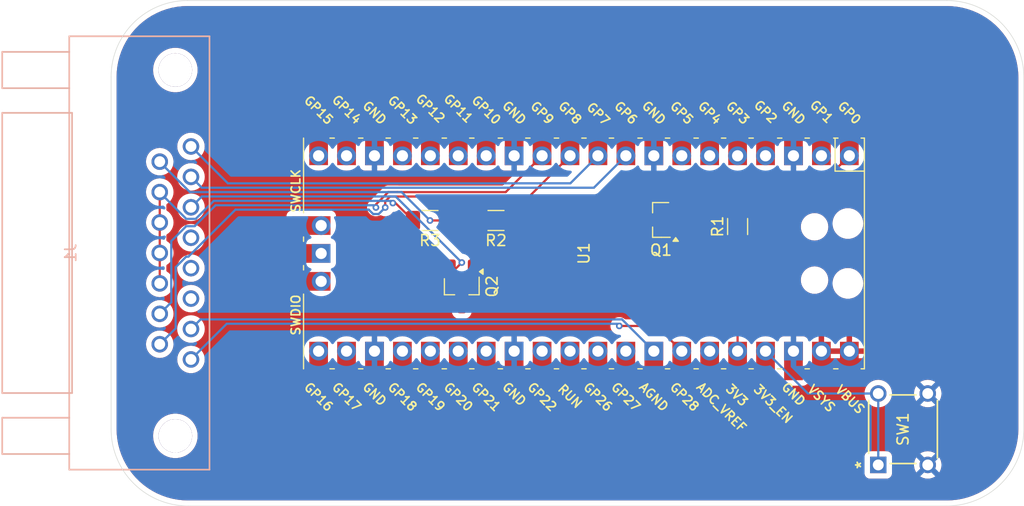
<source format=kicad_pcb>
(kicad_pcb (version 20240108) (generator "pcbnew") (generator_version "8.0")
  (title_block (title "Pi Pico Gamry Interface 1010 DB15 control board") (date "2025-01-16") (rev "0.1") (company "UW-Madison Chemistry Department Stahl Group") (comment 1 "Made by Tom Tan"))
  (layers (0 "F.Cu" signal) (31 "B.Cu" signal) (34 "B.Paste" user) (35 "F.Paste" user) (36 "B.SilkS" user "B.Silkscreen") (37 "F.SilkS" user "F.Silkscreen") (38 "B.Mask" user) (39 "F.Mask" user) (44 "Edge.Cuts" user))
  (net 0 "")
  (net 1 "Net-(U1-GP28)")
  (net 2 "Net-(Q1-S)")
  (net 3 "Net-(U1-GP6)")
  (net 4 "Net-(Q2-D)")
  (net 6 "Net-(U1-GP8)")
  (net 8 "Net-(U1-GP9)")
  (net 9 "DGND")
  (net 10 "Net-(U1-GP7)")
  (net 11 "AGND")
  (net 13 "+5VP")
  (net 14 "GND")
  (net 15 "+5V")
  (net 16 "+3.3V")
  (net 20 "+3.3VADC")
  (net 39 "Net-(Q1-D)")
  (net 61 "Net-(U1-3V3_EN)")
  (footprint "Package_TO_SOT_SMD:SOT-23_Handsoldering" (layer "F.Cu") (at 118.8875 103 -90)
    (property "Reference" "Q2" (at 0 -2.75 90) (layer "F.SilkS"))
    (property "Value" "2N7002")
    (fp_line (start 0.76 1.58) (end -0.7 1.58) (stroke (width 0.12)) (layer "F.SilkS"))
    (fp_line (start 0.76 1.58) (end 0.76 0.65) (stroke (width 0.12)) (layer "F.SilkS"))
    (fp_line (start -0.04 -1.58) (end -0.84 -1.58) (stroke (width 0.12)) (layer "F.SilkS"))
    (fp_line (start -0.04 -1.58) (end 0.76 -1.58) (stroke (width 0.12)) (layer "F.SilkS"))
    (fp_line (start 0.76 -1.58) (end 0.76 -0.65) (stroke (width 0.12)) (layer "F.SilkS"))
    (fp_poly (pts (xy -1.34 -1.61) (xy -1.58 -1.94) (xy -1.1 -1.94) (xy -1.34 -1.61)) (stroke (width 0.12)) (fill solid) (layer "F.SilkS"))
    (pad "1" smd roundrect (at -1.5 -0.95 270) (size 1.9 0.8) (layers "F.Cu" "F.Paste" "F.Mask") (net 39 "Net-(Q1-D)"))
    (pad "2" smd roundrect (at -1.5 0.95 270) (size 1.9 0.8) (layers "F.Cu" "F.Paste" "F.Mask") (net 9 "DGND"))
    (pad "3" smd roundrect (at 1.5 0 270) (size 1.9 0.8) (layers "F.Cu" "F.Paste" "F.Mask") (net 4 "Net-(Q2-D)"))
  )
  (footprint "RPi_Pico:RPi_Pico_SMD_TH" (layer "F.Cu") (at 130 100 -90)
    (property "Reference" "U1" (at 0 0 90) (layer "F.SilkS"))
    (property "Value" "Raspberry Pi Pico")
    (fp_line (start -3.7 25.5) (end -10.5 25.5) (stroke (width 0.12)) (layer "F.SilkS"))
    (fp_line (start -1.5 25.5) (end -1.1 25.5) (stroke (width 0.12)) (layer "F.SilkS"))
    (fp_line (start 1.1 25.5) (end 1.5 25.5) (stroke (width 0.12)) (layer "F.SilkS"))
    (fp_line (start 10.5 25.5) (end 3.7 25.5) (stroke (width 0.12)) (layer "F.SilkS"))
    (fp_line (start -10.5 22.7) (end -10.5 23.1) (stroke (width 0.12)) (layer "F.SilkS"))
    (fp_line (start 10.5 22.7) (end 10.5 23.1) (stroke (width 0.12)) (layer "F.SilkS"))
    (fp_line (start -10.5 20.1) (end -10.5 20.5) (stroke (width 0.12)) (layer "F.SilkS"))
    (fp_line (start 10.5 20.1) (end 10.5 20.5) (stroke (width 0.12)) (layer "F.SilkS"))
    (fp_line (start -10.5 17.6) (end -10.5 18) (stroke (width 0.12)) (layer "F.SilkS"))
    (fp_line (start 10.5 17.6) (end 10.5 18) (stroke (width 0.12)) (layer "F.SilkS"))
    (fp_line (start -10.5 15.1) (end -10.5 15.5) (stroke (width 0.12)) (layer "F.SilkS"))
    (fp_line (start 10.5 15.1) (end 10.5 15.5) (stroke (width 0.12)) (layer "F.SilkS"))
    (fp_line (start -10.5 12.5) (end -10.5 12.9) (stroke (width 0.12)) (layer "F.SilkS"))
    (fp_line (start 10.5 12.5) (end 10.5 12.9) (stroke (width 0.12)) (layer "F.SilkS"))
    (fp_line (start -10.5 10) (end -10.5 10.4) (stroke (width 0.12)) (layer "F.SilkS"))
    (fp_line (start 10.5 10) (end 10.5 10.4) (stroke (width 0.12)) (layer "F.SilkS"))
    (fp_line (start -10.5 7.4) (end -10.5 7.8) (stroke (width 0.12)) (layer "F.SilkS"))
    (fp_line (start 10.5 7.4) (end 10.5 7.8) (stroke (width 0.12)) (layer "F.SilkS"))
    (fp_line (start -10.5 4.9) (end -10.5 5.3) (stroke (width 0.12)) (layer "F.SilkS"))
    (fp_line (start 10.5 4.9) (end 10.5 5.3) (stroke (width 0.12)) (layer "F.SilkS"))
    (fp_line (start -10.5 2.3) (end -10.5 2.7) (stroke (width 0.12)) (layer "F.SilkS"))
    (fp_line (start 10.5 2.3) (end 10.5 2.7) (stroke (width 0.12)) (layer "F.SilkS"))
    (fp_line (start -10.5 -0.2) (end -10.5 0.2) (stroke (width 0.12)) (layer "F.SilkS"))
    (fp_line (start 10.5 -0.2) (end 10.5 0.2) (stroke (width 0.12)) (layer "F.SilkS"))
    (fp_line (start -10.5 -2.7) (end -10.5 -2.3) (stroke (width 0.12)) (layer "F.SilkS"))
    (fp_line (start 10.5 -2.7) (end 10.5 -2.3) (stroke (width 0.12)) (layer "F.SilkS"))
    (fp_line (start -10.5 -5.3) (end -10.5 -4.9) (stroke (width 0.12)) (layer "F.SilkS"))
    (fp_line (start 10.5 -5.3) (end 10.5 -4.9) (stroke (width 0.12)) (layer "F.SilkS"))
    (fp_line (start -10.5 -7.8) (end -10.5 -7.4) (stroke (width 0.12)) (layer "F.SilkS"))
    (fp_line (start 10.5 -7.8) (end 10.5 -7.4) (stroke (width 0.12)) (layer "F.SilkS"))
    (fp_line (start -10.5 -10.4) (end -10.5 -10) (stroke (width 0.12)) (layer "F.SilkS"))
    (fp_line (start 10.5 -10.4) (end 10.5 -10) (stroke (width 0.12)) (layer "F.SilkS"))
    (fp_line (start -10.5 -12.9) (end -10.5 -12.5) (stroke (width 0.12)) (layer "F.SilkS"))
    (fp_line (start 10.5 -12.9) (end 10.5 -12.5) (stroke (width 0.12)) (layer "F.SilkS"))
    (fp_line (start -10.5 -15.4) (end -10.5 -15) (stroke (width 0.12)) (layer "F.SilkS"))
    (fp_line (start 10.5 -15.4) (end 10.5 -15) (stroke (width 0.12)) (layer "F.SilkS"))
    (fp_line (start -10.5 -18) (end -10.5 -17.6) (stroke (width 0.12)) (layer "F.SilkS"))
    (fp_line (start 10.5 -18) (end 10.5 -17.6) (stroke (width 0.12)) (layer "F.SilkS"))
    (fp_line (start -10.5 -20.5) (end -10.5 -20.1) (stroke (width 0.12)) (layer "F.SilkS"))
    (fp_line (start 10.5 -20.5) (end 10.5 -20.1) (stroke (width 0.12)) (layer "F.SilkS"))
    (fp_line (start -10.5 -22.833) (end -7.493 -22.833) (stroke (width 0.12)) (layer "F.SilkS"))
    (fp_line (start -7.493 -22.833) (end -7.493 -25.5) (stroke (width 0.12)) (layer "F.SilkS"))
    (fp_line (start -10.5 -23.1) (end -10.5 -22.7) (stroke (width 0.12)) (layer "F.SilkS"))
    (fp_line (start 10.5 -23.1) (end 10.5 -22.7) (stroke (width 0.12)) (layer "F.SilkS"))
    (fp_line (start -10.5 -25.5) (end -10.5 -25.2) (stroke (width 0.12)) (layer "F.SilkS"))
    (fp_line (start -10.5 -25.5) (end 10.5 -25.5) (stroke (width 0.12)) (layer "F.SilkS"))
    (fp_line (start 10.5 -25.5) (end 10.5 -25.2) (stroke (width 0.12)) (layer "F.SilkS"))
    (fp_text user "GP12" (at -13.2 13.97 135) (layer "F.SilkS") (effects (font (size 0.8 0.8))))
    (fp_text user "GND" (at 12.8 -19.05 135) (layer "F.SilkS") (effects (font (size 0.8 0.8))))
    (fp_text user "GP19" (at 13.054 13.97 135) (layer "F.SilkS") (effects (font (size 0.8 0.8))))
    (fp_text user "GP10" (at -13.054 8.89 135) (layer "F.SilkS") (effects (font (size 0.8 0.8))))
    (fp_text user "GP14" (at -13.1 21.59 135) (layer "F.SilkS") (effects (font (size 0.8 0.8))))
    (fp_text user "GP22" (at 13.054 3.81 135) (layer "F.SilkS") (effects (font (size 0.8 0.8))))
    (fp_text user "GND" (at 12.8 6.35 135) (layer "F.SilkS") (effects (font (size 0.8 0.8))))
    (fp_text user "GP1" (at -12.9 -21.6 135) (layer "F.SilkS") (effects (font (size 0.8 0.8))))
    (fp_text user "VBUS" (at 13.3 -24.2 135) (layer "F.SilkS") (effects (font (size 0.8 0.8))))
    (fp_text user "GP26" (at 13.054 -1.27 135) (layer "F.SilkS") (effects (font (size 0.8 0.8))))
    (fp_text user "GND" (at 12.8 19.05 135) (layer "F.SilkS") (effects (font (size 0.8 0.8))))
    (fp_text user "ADC_VREF" (at 14 -12.5 135) (layer "F.SilkS") (effects (font (size 0.8 0.8))))
    (fp_text user "GP27" (at 13.054 -3.8 135) (layer "F.SilkS") (effects (font (size 0.8 0.8))))
    (fp_text user "VSYS" (at 13.2 -21.59 135) (layer "F.SilkS") (effects (font (size 0.8 0.8))))
    (fp_text user "GP15" (at -13.054 24.13 135) (layer "F.SilkS") (effects (font (size 0.8 0.8))))
    (fp_text user "GP9" (at -12.8 3.81 135) (layer "F.SilkS") (effects (font (size 0.8 0.8))))
    (fp_text user "GP8" (at -12.8 1.27 135) (layer "F.SilkS") (effects (font (size 0.8 0.8))))
    (fp_text user "GND" (at -12.8 -19.05 135) (layer "F.SilkS") (effects (font (size 0.8 0.8))))
    (fp_text user "GP5" (at -12.8 -8.89 135) (layer "F.SilkS") (effects (font (size 0.8 0.8))))
    (fp_text user "GP3" (at -12.8 -13.97 135) (layer "F.SilkS") (effects (font (size 0.8 0.8))))
    (fp_text user "GP2" (at -12.9 -16.51 135) (layer "F.SilkS") (effects (font (size 0.8 0.8))))
    (fp_text user "GP18" (at 13.054 16.51 135) (layer "F.SilkS") (effects (font (size 0.8 0.8))))
    (fp_text user "SWDIO" (at 5.6 26.2 90) (layer "F.SilkS") (effects (font (size 0.8 0.8))))
    (fp_text user "GP21" (at 13.054 8.9 135) (layer "F.SilkS") (effects (font (size 0.8 0.8))))
    (fp_text user "GP4" (at -12.8 -11.43 135) (layer "F.SilkS") (effects (font (size 0.8 0.8))))
    (fp_text user "GP11" (at -13.2 11.43 135) (layer "F.SilkS") (effects (font (size 0.8 0.8))))
    (fp_text user "AGND" (at 13.054 -6.35 135) (layer "F.SilkS") (effects (font (size 0.8 0.8))))
    (fp_text user "GP20" (at 13.054 11.43 135) (layer "F.SilkS") (effects (font (size 0.8 0.8))))
    (fp_text user "GP16" (at 13.054 24.13 135) (layer "F.SilkS") (effects (font (size 0.8 0.8))))
    (fp_text user "3V3" (at 12.9 -13.9 135) (layer "F.SilkS") (effects (font (size 0.8 0.8))))
    (fp_text user "GND" (at -12.8 6.35 135) (layer "F.SilkS") (effects (font (size 0.8 0.8))))
    (fp_text user "3V3_EN" (at 13.7 -17.2 135) (layer "F.SilkS") (effects (font (size 0.8 0.8))))
    (fp_text user "GND" (at -12.8 19.05 135) (layer "F.SilkS") (effects (font (size 0.8 0.8))))
    (fp_text user "SWCLK" (at -5.7 26.2 90) (layer "F.SilkS") (effects (font (size 0.8 0.8))))
    (fp_text user "RUN" (at 13 1.27 135) (layer "F.SilkS") (effects (font (size 0.8 0.8))))
    (fp_text user "GP7" (at -12.7 -1.3 135) (layer "F.SilkS") (effects (font (size 0.8 0.8))))
    (fp_text user "GP13" (at -13.054 16.51 135) (layer "F.SilkS") (effects (font (size 0.8 0.8))))
    (fp_text user "GP0" (at -12.8 -24.13 135) (layer "F.SilkS") (effects (font (size 0.8 0.8))))
    (fp_text user "GND" (at -12.8 -6.35 135) (layer "F.SilkS") (effects (font (size 0.8 0.8))))
    (fp_text user "GP17" (at 13.054 21.59 135) (layer "F.SilkS") (effects (font (size 0.8 0.8))))
    (fp_text user "GP6" (at -12.8 -3.81 135) (layer "F.SilkS") (effects (font (size 0.8 0.8))))
    (fp_text user "GP28" (at 13.054 -9.144 135) (layer "F.SilkS") (effects (font (size 0.8 0.8))))
    (pad "" np_thru_hole oval (at -2.725 -24 270) (size 1.8 1.8) (drill 1.8) (layers "*.Cu" "*.Mask"))
    (pad "" np_thru_hole oval (at -2.425 -20.97 270) (size 1.5 1.5) (drill 1.5) (layers "*.Cu" "*.Mask"))
    (pad "" np_thru_hole oval (at 2.425 -20.97 270) (size 1.5 1.5) (drill 1.5) (layers "*.Cu" "*.Mask"))
    (pad "" np_thru_hole oval (at 2.725 -24 270) (size 1.8 1.8) (drill 1.8) (layers "*.Cu" "*.Mask"))
    (pad "1" thru_hole oval (at -8.89 -24.13 270) (size 1.7 1.7) (drill 1.02) (layers "*.Cu" "*.Mask") (net 2 "Net-(Q1-S)"))
    (pad "1" smd rect (at -8.89 -24.13 270) (size 3.5 1.7) (drill (offset -0.9 0)) (layers "F.Cu" "F.Mask") (net 2 "Net-(Q1-S)"))
    (pad "2" thru_hole oval (at -8.89 -21.59 270) (size 1.7 1.7) (drill 1.02) (layers "*.Cu" "*.Mask"))
    (pad "2" smd rect (at -8.89 -21.59 270) (size 3.5 1.7) (drill (offset -0.9 0)) (layers "F.Cu" "F.Mask"))
    (pad "3" thru_hole rect (at -8.89 -19.05 270) (size 1.7 1.7) (drill 1.02) (layers "*.Cu" "*.Mask") (net 14 "GND"))
    (pad "3" smd rect (at -8.89 -19.05 270) (size 3.5 1.7) (drill (offset -0.9 0)) (layers "F.Cu" "F.Mask") (net 14 "GND"))
    (pad "4" thru_hole oval (at -8.89 -16.51 270) (size 1.7 1.7) (drill 1.02) (layers "*.Cu" "*.Mask"))
    (pad "4" smd rect (at -8.89 -16.51 270) (size 3.5 1.7) (drill (offset -0.9 0)) (layers "F.Cu" "F.Mask"))
    (pad "5" thru_hole oval (at -8.89 -13.97 270) (size 1.7 1.7) (drill 1.02) (layers "*.Cu" "*.Mask"))
    (pad "5" smd rect (at -8.89 -13.97 270) (size 3.5 1.7) (drill (offset -0.9 0)) (layers "F.Cu" "F.Mask"))
    (pad "6" thru_hole oval (at -8.89 -11.43 270) (size 1.7 1.7) (drill 1.02) (layers "*.Cu" "*.Mask"))
    (pad "6" smd rect (at -8.89 -11.43 270) (size 3.5 1.7) (drill (offset -0.9 0)) (layers "F.Cu" "F.Mask"))
    (pad "7" thru_hole oval (at -8.89 -8.89 270) (size 1.7 1.7) (drill 1.02) (layers "*.Cu" "*.Mask"))
    (pad "7" smd rect (at -8.89 -8.89 270) (size 3.5 1.7) (drill (offset -0.9 0)) (layers "F.Cu" "F.Mask"))
    (pad "8" thru_hole rect (at -8.89 -6.35 270) (size 1.7 1.7) (drill 1.02) (layers "*.Cu" "*.Mask") (net 14 "GND"))
    (pad "8" smd rect (at -8.89 -6.35 270) (size 3.5 1.7) (drill (offset -0.9 0)) (layers "F.Cu" "F.Mask") (net 14 "GND"))
    (pad "9" thru_hole oval (at -8.89 -3.81 270) (size 1.7 1.7) (drill 1.02) (layers "*.Cu" "*.Mask") (net 3 "Net-(U1-GP6)"))
    (pad "9" smd rect (at -8.89 -3.81 270) (size 3.5 1.7) (drill (offset -0.9 0)) (layers "F.Cu" "F.Mask") (net 3 "Net-(U1-GP6)"))
    (pad "10" thru_hole oval (at -8.89 -1.27 270) (size 1.7 1.7) (drill 1.02) (layers "*.Cu" "*.Mask") (net 10 "Net-(U1-GP7)"))
    (pad "10" smd rect (at -8.89 -1.27 270) (size 3.5 1.7) (drill (offset -0.9 0)) (layers "F.Cu" "F.Mask") (net 10 "Net-(U1-GP7)"))
    (pad "11" thru_hole oval (at -8.89 1.27 270) (size 1.7 1.7) (drill 1.02) (layers "*.Cu" "*.Mask") (net 6 "Net-(U1-GP8)"))
    (pad "11" smd rect (at -8.89 1.27 270) (size 3.5 1.7) (drill (offset -0.9 0)) (layers "F.Cu" "F.Mask") (net 6 "Net-(U1-GP8)"))
    (pad "12" thru_hole oval (at -8.89 3.81 270) (size 1.7 1.7) (drill 1.02) (layers "*.Cu" "*.Mask") (net 8 "Net-(U1-GP9)"))
    (pad "12" smd rect (at -8.89 3.81 270) (size 3.5 1.7) (drill (offset -0.9 0)) (layers "F.Cu" "F.Mask") (net 8 "Net-(U1-GP9)"))
    (pad "13" thru_hole rect (at -8.89 6.35 270) (size 1.7 1.7) (drill 1.02) (layers "*.Cu" "*.Mask") (net 14 "GND"))
    (pad "13" smd rect (at -8.89 6.35 270) (size 3.5 1.7) (drill (offset -0.9 0)) (layers "F.Cu" "F.Mask") (net 14 "GND"))
    (pad "14" thru_hole oval (at -8.89 8.89 270) (size 1.7 1.7) (drill 1.02) (layers "*.Cu" "*.Mask"))
    (pad "14" smd rect (at -8.89 8.89 270) (size 3.5 1.7) (drill (offset -0.9 0)) (layers "F.Cu" "F.Mask"))
    (pad "15" thru_hole oval (at -8.89 11.43 270) (size 1.7 1.7) (drill 1.02) (layers "*.Cu" "*.Mask"))
    (pad "15" smd rect (at -8.89 11.43 270) (size 3.5 1.7) (drill (offset -0.9 0)) (layers "F.Cu" "F.Mask"))
    (pad "16" thru_hole oval (at -8.89 13.97 270) (size 1.7 1.7) (drill 1.02) (layers "*.Cu" "*.Mask"))
    (pad "16" smd rect (at -8.89 13.97 270) (size 3.5 1.7) (drill (offset -0.9 0)) (layers "F.Cu" "F.Mask"))
    (pad "17" thru_hole oval (at -8.89 16.51 270) (size 1.7 1.7) (drill 1.02) (layers "*.Cu" "*.Mask"))
    (pad "17" smd rect (at -8.89 16.51 270) (size 3.5 1.7) (drill (offset -0.9 0)) (layers "F.Cu" "F.Mask"))
    (pad "18" thru_hole rect (at -8.89 19.05 270) (size 1.7 1.7) (drill 1.02) (layers "*.Cu" "*.Mask") (net 14 "GND"))
    (pad "18" smd rect (at -8.89 19.05 270) (size 3.5 1.7) (drill (offset -0.9 0)) (layers "F.Cu" "F.Mask") (net 14 "GND"))
    (pad "19" thru_hole oval (at -8.89 21.59 270) (size 1.7 1.7) (drill 1.02) (layers "*.Cu" "*.Mask"))
    (pad "19" smd rect (at -8.89 21.59 270) (size 3.5 1.7) (drill (offset -0.9 0)) (layers "F.Cu" "F.Mask"))
    (pad "20" thru_hole oval (at -8.89 24.13 270) (size 1.7 1.7) (drill 1.02) (layers "*.Cu" "*.Mask"))
    (pad "20" smd rect (at -8.89 24.13 270) (size 3.5 1.7) (drill (offset -0.9 0)) (layers "F.Cu" "F.Mask"))
    (pad "21" thru_hole oval (at 8.89 24.13 270) (size 1.7 1.7) (drill 1.02) (layers "*.Cu" "*.Mask"))
    (pad "21" smd rect (at 8.89 24.13 270) (size 3.5 1.7) (drill (offset 0.9 0)) (layers "F.Cu" "F.Mask"))
    (pad "22" thru_hole oval (at 8.89 21.59 270) (size 1.7 1.7) (drill 1.02) (layers "*.Cu" "*.Mask"))
    (pad "22" smd rect (at 8.89 21.59 270) (size 3.5 1.7) (drill (offset 0.9 0)) (layers "F.Cu" "F.Mask"))
    (pad "23" thru_hole rect (at 8.89 19.05 270) (size 1.7 1.7) (drill 1.02) (layers "*.Cu" "*.Mask") (net 14 "GND"))
    (pad "23" smd rect (at 8.89 19.05 270) (size 3.5 1.7) (drill (offset 0.9 0)) (layers "F.Cu" "F.Mask") (net 14 "GND"))
    (pad "24" thru_hole oval (at 8.89 16.51 270) (size 1.7 1.7) (drill 1.02) (layers "*.Cu" "*.Mask"))
    (pad "24" smd rect (at 8.89 16.51 270) (size 3.5 1.7) (drill (offset 0.9 0)) (layers "F.Cu" "F.Mask"))
    (pad "25" thru_hole oval (at 8.89 13.97 270) (size 1.7 1.7) (drill 1.02) (layers "*.Cu" "*.Mask"))
    (pad "25" smd rect (at 8.89 13.97 270) (size 3.5 1.7) (drill (offset 0.9 0)) (layers "F.Cu" "F.Mask"))
    (pad "26" thru_hole oval (at 8.89 11.43 270) (size 1.7 1.7) (drill 1.02) (layers "*.Cu" "*.Mask"))
    (pad "26" smd rect (at 8.89 11.43 270) (size 3.5 1.7) (drill (offset 0.9 0)) (layers "F.Cu" "F.Mask"))
    (pad "27" thru_hole oval (at 8.89 8.89 270) (size 1.7 1.7) (drill 1.02) (layers "*.Cu" "*.Mask"))
    (pad "27" smd rect (at 8.89 8.89 270) (size 3.5 1.7) (drill (offset 0.9 0)) (layers "F.Cu" "F.Mask"))
    (pad "28" thru_hole rect (at 8.89 6.35 270) (size 1.7 1.7) (drill 1.02) (layers "*.Cu" "*.Mask") (net 14 "GND"))
    (pad "28" smd rect (at 8.89 6.35 270) (size 3.5 1.7) (drill (offset 0.9 0)) (layers "F.Cu" "F.Mask") (net 14 "GND"))
    (pad "29" thru_hole oval (at 8.89 3.81 270) (size 1.7 1.7) (drill 1.02) (layers "*.Cu" "*.Mask"))
    (pad "29" smd rect (at 8.89 3.81 270) (size 3.5 1.7) (drill (offset 0.9 0)) (layers "F.Cu" "F.Mask"))
    (pad "30" thru_hole oval (at 8.89 1.27 270) (size 1.7 1.7) (drill 1.02) (layers "*.Cu" "*.Mask"))
    (pad "30" smd rect (at 8.89 1.27 270) (size 3.5 1.7) (drill (offset 0.9 0)) (layers "F.Cu" "F.Mask"))
    (pad "31" thru_hole oval (at 8.89 -1.27 270) (size 1.7 1.7) (drill 1.02) (layers "*.Cu" "*.Mask"))
    (pad "31" smd rect (at 8.89 -1.27 270) (size 3.5 1.7) (drill (offset 0.9 0)) (layers "F.Cu" "F.Mask"))
    (pad "32" thru_hole oval (at 8.89 -3.81 270) (size 1.7 1.7) (drill 1.02) (layers "*.Cu" "*.Mask"))
    (pad "32" smd rect (at 8.89 -3.81 270) (size 3.5 1.7) (drill (offset 0.9 0)) (layers "F.Cu" "F.Mask"))
    (pad "33" thru_hole rect (at 8.89 -6.35 270) (size 1.7 1.7) (drill 1.02) (layers "*.Cu" "*.Mask") (net 11 "AGND"))
    (pad "33" smd rect (at 8.89 -6.35 270) (size 3.5 1.7) (drill (offset 0.9 0)) (layers "F.Cu" "F.Mask") (net 11 "AGND"))
    (pad "34" thru_hole oval (at 8.89 -8.89 270) (size 1.7 1.7) (drill 1.02) (layers "*.Cu" "*.Mask") (net 1 "Net-(U1-GP28)"))
    (pad "34" smd rect (at 8.89 -8.89 270) (size 3.5 1.7) (drill (offset 0.9 0)) (layers "F.Cu" "F.Mask") (net 1 "Net-(U1-GP28)"))
    (pad "35" thru_hole oval (at 8.89 -11.43 270) (size 1.7 1.7) (drill 1.02) (layers "*.Cu" "*.Mask") (net 20 "+3.3VADC"))
    (pad "35" smd rect (at 8.89 -11.43 270) (size 3.5 1.7) (drill (offset 0.9 0)) (layers "F.Cu" "F.Mask") (net 20 "+3.3VADC"))
    (pad "36" thru_hole oval (at 8.89 -13.97 270) (size 1.7 1.7) (drill 1.02) (layers "*.Cu" "*.Mask") (net 16 "+3.3V"))
    (pad "36" smd rect (at 8.89 -13.97 270) (size 3.5 1.7) (drill (offset 0.9 0)) (layers "F.Cu" "F.Mask") (net 16 "+3.3V"))
    (pad "37" thru_hole oval (at 8.89 -16.51 270) (size 1.7 1.7) (drill 1.02) (layers "*.Cu" "*.Mask") (net 61 "Net-(U1-3V3_EN)"))
    (pad "37" smd rect (at 8.89 -16.51 270) (size 3.5 1.7) (drill (offset 0.9 0)) (layers "F.Cu" "F.Mask") (net 61 "Net-(U1-3V3_EN)"))
    (pad "38" thru_hole rect (at 8.89 -19.05 270) (size 1.7 1.7) (drill 1.02) (layers "*.Cu" "*.Mask") (net 14 "GND"))
    (pad "38" smd rect (at 8.89 -19.05 270) (size 3.5 1.7) (drill (offset 0.9 0)) (layers "F.Cu" "F.Mask") (net 14 "GND"))
    (pad "39" thru_hole oval (at 8.89 -21.59 270) (size 1.7 1.7) (drill 1.02) (layers "*.Cu" "*.Mask") (net 15 "+5V"))
    (pad "39" smd rect (at 8.89 -21.59 270) (size 3.5 1.7) (drill (offset 0.9 0)) (layers "F.Cu" "F.Mask") (net 15 "+5V"))
    (pad "40" thru_hole oval (at 8.89 -24.13 270) (size 1.7 1.7) (drill 1.02) (layers "*.Cu" "*.Mask") (net 15 "+5V"))
    (pad "40" smd rect (at 8.89 -24.13 270) (size 3.5 1.7) (drill (offset 0.9 0)) (layers "F.Cu" "F.Mask") (net 15 "+5V"))
    (pad "41" thru_hole oval (at -2.54 23.9 270) (size 1.7 1.7) (drill 1.02) (layers "*.Cu" "*.Mask"))
    (pad "41" smd rect (at -2.54 23.9) (size 3.5 1.7) (drill (offset -0.9 0)) (layers "F.Cu" "F.Mask"))
    (pad "42" thru_hole rect (at 0 23.9 270) (size 1.7 1.7) (drill 1.02) (layers "*.Cu" "*.Mask"))
    (pad "42" smd rect (at 0 23.9) (size 3.5 1.7) (drill (offset -0.9 0)) (layers "F.Cu" "F.Mask"))
    (pad "43" thru_hole oval (at 2.54 23.9 270) (size 1.7 1.7) (drill 1.02) (layers "*.Cu" "*.Mask"))
    (pad "43" smd rect (at 2.54 23.9) (size 3.5 1.7) (drill (offset -0.9 0)) (layers "F.Cu" "F.Mask"))
  )
  (footprint "Resistor_SMD:R_1206_3216Metric_Pad1.30x1.75mm_HandSolder" (layer "F.Cu") (at 116 97 180)
    (property "Reference" "R3" (at 0 -1.82 360) (layer "F.SilkS"))
    (property "Value" "4.7 kΩ")
    (fp_line (start -0.727064 0.91) (end 0.727064 0.91) (stroke (width 0.12)) (layer "F.SilkS"))
    (fp_line (start -0.727064 -0.91) (end 0.727064 -0.91) (stroke (width 0.12)) (layer "F.SilkS"))
    (pad "1" smd roundrect (at -1.55 0 180) (size 1.3 1.75) (layers "F.Cu" "F.Paste" "F.Mask") (roundrect_rratio 0.192308) (net 13 "+5VP"))
    (pad "2" smd roundrect (at 1.55 0 180) (size 1.3 1.75) (layers "F.Cu" "F.Paste" "F.Mask") (roundrect_rratio 0.192308) (net 4 "Net-(Q2-D)"))
  )
  (footprint "Resistor_SMD:R_1206_3216Metric_Pad1.30x1.75mm_HandSolder" (layer "F.Cu") (at 143.97 97.55 90)
    (property "Reference" "R1" (at 0 -1.82 90) (layer "F.SilkS"))
    (property "Value" "4.7 kΩ")
    (fp_line (start -0.727064 -0.91) (end 0.727064 -0.91) (stroke (width 0.12)) (layer "F.SilkS"))
    (fp_line (start -0.727064 0.91) (end 0.727064 0.91) (stroke (width 0.12)) (layer "F.SilkS"))
    (pad "1" smd roundrect (at -1.55 0 90) (size 1.3 1.75) (layers "F.Cu" "F.Paste" "F.Mask") (roundrect_rratio 0.192308) (net 16 "+3.3V"))
    (pad "2" smd roundrect (at 1.55 0 90) (size 1.3 1.75) (layers "F.Cu" "F.Paste" "F.Mask") (roundrect_rratio 0.192308) (net 2 "Net-(Q1-S)"))
  )
  (footprint "Resistor_SMD:R_1206_3216Metric_Pad1.30x1.75mm_HandSolder" (layer "F.Cu") (at 122 97 180)
    (property "Reference" "R2" (at 0 -1.82 360) (layer "F.SilkS"))
    (property "Value" "4.7 kΩ")
    (fp_line (start -0.727064 0.91) (end 0.727064 0.91) (stroke (width 0.12)) (layer "F.SilkS"))
    (fp_line (start -0.727064 -0.91) (end 0.727064 -0.91) (stroke (width 0.12)) (layer "F.SilkS"))
    (pad "1" smd roundrect (at -1.55 0 180) (size 1.3 1.75) (layers "F.Cu" "F.Paste" "F.Mask") (roundrect_rratio 0.192308) (net 39 "Net-(Q1-D)"))
    (pad "2" smd roundrect (at 1.55 0 180) (size 1.3 1.75) (layers "F.Cu" "F.Paste" "F.Mask") (roundrect_rratio 0.192308) (net 13 "+5VP"))
  )
  (footprint "Package_TO_SOT_SMD:SOT-23_Handsoldering" (layer "F.Cu") (at 137 96.95 180)
    (property "Reference" "Q1" (at 0 -2.75 360) (layer "F.SilkS"))
    (property "Value" "2N7002")
    (fp_line (start 0.76 1.58) (end 0.76 0.65) (stroke (width 0.12)) (layer "F.SilkS"))
    (fp_line (start 0.76 1.58) (end -0.7 1.58) (stroke (width 0.12)) (layer "F.SilkS"))
    (fp_line (start 0.76 -1.58) (end 0.76 -0.65) (stroke (width 0.12)) (layer "F.SilkS"))
    (fp_line (start -0.04 -1.58) (end 0.76 -1.58) (stroke (width 0.12)) (layer "F.SilkS"))
    (fp_line (start -0.04 -1.58) (end -0.84 -1.58) (stroke (width 0.12)) (layer "F.SilkS"))
    (fp_poly (pts (xy -1.34 -1.61) (xy -1.58 -1.94) (xy -1.1 -1.94) (xy -1.34 -1.61)) (stroke (width 0.12)) (fill solid) (layer "F.SilkS"))
    (pad "1" smd roundrect (at -1.5 -0.95 180) (size 1.9 0.8) (layers "F.Cu" "F.Paste" "F.Mask") (net 16 "+3.3V"))
    (pad "2" smd roundrect (at -1.5 0.95 180) (size 1.9 0.8) (layers "F.Cu" "F.Paste" "F.Mask") (net 2 "Net-(Q1-S)"))
    (pad "3" smd roundrect (at 1.5 0 180) (size 1.9 0.8) (layers "F.Cu" "F.Paste" "F.Mask") (net 39 "Net-(Q1-D)"))
  )
  (footprint "TE_3_1825910_5:SW4_1825910-I_TEC" (layer "F.Cu") (at 161.2606 112.75 90)
    (property "Reference" "SW1" (at -3.25 -2.250001 90) (layer "F.SilkS"))
    (property "Value" "3-1825910-5")
    (fp_line (start -0.63764 -5.374201) (end -5.442292 -5.374201) (stroke (width 0.1524)) (layer "F.SilkS"))
    (fp_line (start -6.3742 -3.417961) (end -6.3742 -1.074702) (stroke (width 0.1524)) (layer "F.SilkS"))
    (fp_line (start -0.1258 -1.074702) (end -0.1258 -3.425299) (stroke (width 0.1524)) (layer "F.SilkS"))
    (fp_line (start -5.86236 0.874199) (end -0.63764 0.874199) (stroke (width 0.1524)) (layer "F.SilkS"))
    (fp_text user "*" (at -6.5 -6.011301 90) (layer "F.SilkS"))
    (fp_text user "*" (at -6.5 -6.011301 90) (layer "F.SilkS"))
    (pad "1" thru_hole rect (at -6.500001 -4.500001 90) (size 1.4986 1.4986) (drill 0.9906) (layers "*.Cu" "*.Mask") (net 61 "Net-(U1-3V3_EN)"))
    (pad "2" thru_hole circle (at 0 -4.500001 90) (size 1.4986 1.4986) (drill 0.9906) (layers "*.Cu" "*.Mask") (net 61 "Net-(U1-3V3_EN)"))
    (pad "3" thru_hole circle (at -6.500001 0 90) (size 1.4986 1.4986) (drill 0.9906) (layers "*.Cu" "*.Mask") (net 14 "GND"))
    (pad "4" thru_hole circle (at 0 0 90) (size 1.4986 1.4986) (drill 0.9906) (layers "*.Cu" "*.Mask") (net 14 "GND"))
  )
  (footprint "DB15:CONN_L717SDA15PA4CH4F_AMP" (layer "B.Cu") (at 83.32335 99.954875 -90)
    (property "Reference" "J1" (at 0 0 90) (layer "B.SilkS") (effects (justify mirror)))
    (property "Value" "L717SDA15PA4CH4F")
    (fp_line (start -18.301005 6.223) (end -18.301005 0.127) (stroke (width 0.1524)) (layer "B.SilkS"))
    (fp_line (start -14.999005 6.223) (end -18.301005 6.223) (stroke (width 0.1524)) (layer "B.SilkS"))
    (fp_line (start -12.7508 6.223) (end 12.7508 6.223) (stroke (width 0.1524)) (layer "B.SilkS"))
    (fp_line (start 12.7508 6.223) (end 12.7508 -0.127) (stroke (width 0.1524)) (layer "B.SilkS"))
    (fp_line (start 14.999005 6.223) (end 14.999005 0.127) (stroke (width 0.1524)) (layer "B.SilkS"))
    (fp_line (start 18.301005 6.223) (end 14.999005 6.223) (stroke (width 0.1524)) (layer "B.SilkS"))
    (fp_line (start -19.7231 0.127) (end 19.7231 0.127) (stroke (width 0.1524)) (layer "B.SilkS"))
    (fp_line (start -14.999005 0.127) (end -14.999005 6.223) (stroke (width 0.1524)) (layer "B.SilkS"))
    (fp_line (start 18.301005 0.127) (end 18.301005 6.223) (stroke (width 0.1524)) (layer "B.SilkS"))
    (fp_line (start 19.7231 0.127) (end 19.7231 -12.6238) (stroke (width 0.1524)) (layer "B.SilkS"))
    (fp_line (start -12.7508 -0.127) (end -12.7508 6.223) (stroke (width 0.1524)) (layer "B.SilkS"))
    (fp_line (start 12.7508 -0.127) (end -12.7508 -0.127) (stroke (width 0.1524)) (layer "B.SilkS"))
    (fp_line (start -19.7231 -12.6238) (end -19.7231 0.127) (stroke (width 0.1524)) (layer "B.SilkS"))
    (fp_line (start 19.7231 -12.6238) (end -19.7231 -12.6238) (stroke (width 0.1524)) (layer "B.SilkS"))
    (pad "1" thru_hole circle (at 9.694997 -10.939998 270) (size 1.4986 1.4986) (drill 0.9906) (layers "*.Cu" "*.Mask") (net 1 "Net-(U1-GP28)"))
    (pad "2" thru_hole circle (at 6.924998 -10.939998 270) (size 1.4986 1.4986) (drill 0.9906) (layers "*.Cu" "*.Mask") (net 11 "AGND"))
    (pad "3" thru_hole circle (at 4.154998 -10.939998 270) (size 1.4986 1.4986) (drill 0.9906) (layers "*.Cu" "*.Mask"))
    (pad "4" thru_hole circle (at 1.384998 -10.939998 270) (size 1.4986 1.4986) (drill 0.9906) (layers "*.Cu" "*.Mask"))
    (pad "5" thru_hole circle (at -1.385001 -10.939998 270) (size 1.4986 1.4986) (drill 0.9906) (layers "*.Cu" "*.Mask"))
    (pad "6" thru_hole circle (at -4.155001 -10.939998 270) (size 1.4986 1.4986) (drill 0.9906) (layers "*.Cu" "*.Mask") (net 9 "DGND"))
    (pad "7" thru_hole circle (at -6.925 -10.939998 270) (size 1.4986 1.4986) (drill 0.9906) (layers "*.Cu" "*.Mask") (net 3 "Net-(U1-GP6)"))
    (pad "8" thru_hole circle (at -9.695 -10.939998 270) (size 1.4986 1.4986) (drill 0.9906) (layers "*.Cu" "*.Mask") (net 10 "Net-(U1-GP7)"))
    (pad "9" thru_hole circle (at 8.309999 -8.099999 270) (size 1.4986 1.4986) (drill 0.9906) (layers "*.Cu" "*.Mask") (net 6 "Net-(U1-GP8)"))
    (pad "10" thru_hole circle (at 5.539999 -8.099999 270) (size 1.4986 1.4986) (drill 0.9906) (layers "*.Cu" "*.Mask") (net 8 "Net-(U1-GP9)"))
    (pad "11" thru_hole circle (at 2.77 -8.099999 270) (size 1.4986 1.4986) (drill 0.9906) (layers "*.Cu" "*.Mask") (net 4 "Net-(Q2-D)"))
    (pad "12" thru_hole circle (at 0 -8.099999 270) (size 1.4986 1.4986) (drill 0.9906) (layers "*.Cu" "*.Mask") (net 4 "Net-(Q2-D)"))
    (pad "13" thru_hole circle (at -2.77 -8.099999 270) (size 1.4986 1.4986) (drill 0.9906) (layers "*.Cu" "*.Mask") (net 4 "Net-(Q2-D)"))
    (pad "14" thru_hole circle (at -5.539999 -8.099999 270) (size 1.4986 1.4986) (drill 0.9906) (layers "*.Cu" "*.Mask") (net 4 "Net-(Q2-D)"))
    (pad "15" thru_hole circle (at -8.309999 -8.099999 270) (size 1.4986 1.4986) (drill 0.9906) (layers "*.Cu" "*.Mask") (net 13 "+5VP"))
    (pad "16" thru_hole circle (at -16.650005 -9.520001 270) (size 3.048 3.048) (drill 3.048) (layers "*.Cu" "*.Mask"))
    (pad "17" thru_hole circle (at 16.650005 -9.520001 270) (size 3.048 3.048) (drill 3.048) (layers "*.Cu" "*.Mask"))
  )
  (gr_arc (start 170 115.98) (mid 167.949747 120.929747) (end 163 122.98) (stroke (width 0.05)) (layer "Edge.Cuts"))
  (gr_arc (start 163 76.98) (mid 167.949747 79.030253) (end 170 83.98) (stroke (width 0.05)) (layer "Edge.Cuts"))
  (gr_line (start 163 122.98) (end 94 122.98) (stroke (width 0.05)) (layer "Edge.Cuts"))
  (gr_line (start 87 83.92975) (end 87 115.98) (stroke (width 0.05)) (layer "Edge.Cuts"))
  (gr_arc (start 87 83.92975) (mid 89.035535 79.015535) (end 93.94975 76.98) (stroke (width 0.05)) (layer "Edge.Cuts"))
  (gr_arc (start 94 122.98) (mid 89.050253 120.929747) (end 87 115.98) (stroke (width 0.05)) (layer "Edge.Cuts"))
  (gr_line (start 170 83.98) (end 170 115.98) (stroke (width 0.05)) (layer "Edge.Cuts"))
  (gr_line (start 163 76.98) (end 93.94975 76.98) (stroke (width 0.05)) (layer "Edge.Cuts"))
  (segment (start 136.6 106.6) (end 138.89 108.89) (width 0.2) (layer "F.Cu") (net 1))
  (segment (start 133.21 106.6) (end 136.6 106.6) (width 0.2) (layer "F.Cu") (net 1))
  (via (at 133.21 106.6) (size 0.6) (drill 0.3) (layers "F.Cu" "B.Cu") (net 1))
  (segment (start 97.51322 106.4) (end 94.263348 109.649872) (width 0.2) (layer "B.Cu") (net 1))
  (segment (start 133.21 106.6) (end 133.01 106.4) (width 0.2) (layer "B.Cu") (net 1))
  (segment (start 133.01 106.4) (end 97.51322 106.4) (width 0.2) (layer "B.Cu") (net 1))
  (segment (start 138.5 96) (end 143.97 96) (width 0.2) (layer "F.Cu") (net 2))
  (segment (start 149.24 96) (end 154.13 91.11) (width 0.2) (layer "F.Cu") (net 2))
  (segment (start 143.97 96) (end 149.24 96) (width 0.2) (layer "F.Cu") (net 2))
  (segment (start 130.905124 94.014876) (end 95.248349 94.014876) (width 0.2) (layer "B.Cu") (net 3))
  (segment (start 133.81 91.11) (end 130.905124 94.014876) (width 0.2) (layer "B.Cu") (net 3))
  (segment (start 95.248349 94.014876) (end 94.263348 93.029875) (width 0.2) (layer "B.Cu") (net 3))
  (segment (start 114.45 100.0625) (end 114.45 97) (width 0.2) (layer "F.Cu") (net 4))
  (segment (start 112.864876 95.414876) (end 112.62 95.414876) (width 0.2) (layer "F.Cu") (net 4))
  (segment (start 91.423349 99.954875) (end 91.423349 102.724875) (width 0.2) (layer "F.Cu") (net 4))
  (segment (start 114.45 97) (end 112.864876 95.414876) (width 0.2) (layer "F.Cu") (net 4))
  (segment (start 91.423349 94.414876) (end 91.423349 97.184875) (width 0.2) (layer "F.Cu") (net 4))
  (segment (start 91.423349 97.184875) (end 91.423349 99.954875) (width 0.2) (layer "F.Cu") (net 4))
  (segment (start 118.8875 104.5) (end 114.45 100.0625) (width 0.2) (layer "F.Cu") (net 4))
  (via (at 112.62 95.414876) (size 0.6) (drill 0.3) (layers "F.Cu" "B.Cu") (net 4))
  (segment (start 93.828713 96.849174) (end 91.423349 94.44381) (width 0.2) (layer "B.Cu") (net 4))
  (segment (start 94.700826 96.849174) (end 93.828713 96.849174) (width 0.2) (layer "B.Cu") (net 4))
  (segment (start 112.62 95.414876) (end 112.42 95.214876) (width 0.2) (layer "B.Cu") (net 4))
  (segment (start 96.335124 95.214876) (end 94.700826 96.849174) (width 0.2) (layer "B.Cu") (net 4))
  (segment (start 112.42 95.214876) (end 96.335124 95.214876) (width 0.2) (layer "B.Cu") (net 4))
  (segment (start 112.868529 94.814876) (end 112.873653 94.82) (width 0.2) (layer "F.Cu") (net 6))
  (segment (start 125.02 94.82) (end 128.73 91.11) (width 0.2) (layer "F.Cu") (net 6))
  (segment (start 111.927886 95.258461) (end 112.371471 94.814876) (width 0.2) (layer "F.Cu") (net 6))
  (segment (start 112.873653 94.82) (end 125.02 94.82) (width 0.2) (layer "F.Cu") (net 6))
  (segment (start 112.371471 94.814876) (end 112.868529 94.814876) (width 0.2) (layer "F.Cu") (net 6))
  (segment (start 111.927886 95.816102) (end 111.927886 95.258461) (width 0.2) (layer "F.Cu") (net 6))
  (via (at 111.927886 95.816102) (size 0.6) (drill 0.3) (layers "F.Cu" "B.Cu") (net 6))
  (segment (start 92.872649 101.246637) (end 92.872649 106.815574) (width 0.2) (layer "B.Cu") (net 6))
  (segment (start 94.029427 100.290573) (end 93.828713 100.290573) (width 0.2) (layer "B.Cu") (net 6))
  (segment (start 92.872649 106.815574) (end 91.423349 108.264874) (width 0.2) (layer "B.Cu") (net 6))
  (segment (start 111.329112 96.414876) (end 110.832056 96.414876) (width 0.2) (layer "B.Cu") (net 6))
  (segment (start 98.305124 96.014876) (end 94.029427 100.290573) (width 0.2) (layer "B.Cu") (net 6))
  (segment (start 93.828713 100.290573) (end 92.872649 101.246637) (width 0.2) (layer "B.Cu") (net 6))
  (segment (start 110.432056 96.014876) (end 98.305124 96.014876) (width 0.2) (layer "B.Cu") (net 6))
  (segment (start 110.832056 96.414876) (end 110.432056 96.014876) (width 0.2) (layer "B.Cu") (net 6))
  (segment (start 111.927886 95.816102) (end 111.329112 96.414876) (width 0.2) (layer "B.Cu") (net 6))
  (segment (start 122.88 94.42) (end 126.19 91.11) (width 0.2) (layer "F.Cu") (net 8))
  (segment (start 111.080585 95.814876) (end 111.080585 95.540076) (width 0.2) (layer "F.Cu") (net 8))
  (segment (start 112.205785 94.414876) (end 113.034215 94.414876) (width 0.2) (layer "F.Cu") (net 8))
  (segment (start 111.080585 95.540076) (end 112.205785 94.414876) (width 0.2) (layer "F.Cu") (net 8))
  (segment (start 113.034215 94.414876) (end 113.039339 94.42) (width 0.2) (layer "F.Cu") (net 8))
  (segment (start 113.039339 94.42) (end 122.88 94.42) (width 0.2) (layer "F.Cu") (net 8))
  (via (at 111.080585 95.814876) (size 0.6) (drill 0.3) (layers "F.Cu" "B.Cu") (net 8))
  (segment (start 92.472649 98.876638) (end 92.472649 104.445574) (width 0.2) (layer "B.Cu") (net 8))
  (segment (start 94.595112 97.520574) (end 93.828713 97.520574) (width 0.2) (layer "B.Cu") (net 8))
  (segment (start 110.880585 95.614876) (end 96.50081 95.614876) (width 0.2) (layer "B.Cu") (net 8))
  (segment (start 92.472649 104.445574) (end 91.423349 105.494874) (width 0.2) (layer "B.Cu") (net 8))
  (segment (start 96.50081 95.614876) (end 94.595112 97.520574) (width 0.2) (layer "B.Cu") (net 8))
  (segment (start 93.828713 97.520574) (end 92.472649 98.876638) (width 0.2) (layer "B.Cu") (net 8))
  (segment (start 111.080585 95.814876) (end 110.880585 95.614876) (width 0.2) (layer "B.Cu") (net 8))
  (segment (start 118.22 101.5) (end 118.89 100.83) (width 0.2) (layer "F.Cu") (net 9))
  (via (at 118.89 100.83) (size 0.6) (drill 0.3) (layers "F.Cu" "B.Cu") (net 9))
  (segment (start 118.89 100.83) (end 112.874876 94.814876) (width 0.2) (layer "B.Cu") (net 9))
  (segment (start 112.874876 94.814876) (end 95.248346 94.814876) (width 0.2) (layer "B.Cu") (net 9))
  (segment (start 95.248346 94.814876) (end 94.263348 95.799874) (width 0.2) (layer "B.Cu") (net 9))
  (segment (start 131.27 91.11) (end 128.765124 93.614876) (width 0.2) (layer "B.Cu") (net 10))
  (segment (start 128.765124 93.614876) (end 97.618349 93.614876) (width 0.2) (layer "B.Cu") (net 10))
  (segment (start 97.618349 93.614876) (end 94.263348 90.259875) (width 0.2) (layer "B.Cu") (net 10))
  (segment (start 133.46 106) (end 136.35 108.89) (width 0.2) (layer "B.Cu") (net 11))
  (segment (start 95.143221 106) (end 133.46 106) (width 0.2) (layer "B.Cu") (net 11))
  (segment (start 94.543956 106.599265) (end 95.143221 106) (width 0.2) (layer "B.Cu") (net 11))
  (segment (start 117.55 97) (end 116 97) (width 0.2) (layer "F.Cu") (net 13))
  (segment (start 120.45 97) (end 117.55 97) (width 0.2) (layer "F.Cu") (net 13))
  (via (at 116 97) (size 0.6) (drill 0.3) (layers "F.Cu" "B.Cu") (net 13))
  (segment (start 94.164414 94.414876) (end 91.423349 91.673811) (width 0.2) (layer "B.Cu") (net 13))
  (segment (start 113.414876 94.414876) (end 94.164414 94.414876) (width 0.2) (layer "B.Cu") (net 13))
  (segment (start 116 97) (end 113.414876 94.414876) (width 0.2) (layer "B.Cu") (net 13))
  (segment (start 143.97 108.89) (end 143.97 99.1) (width 0.2) (layer "F.Cu") (net 16))
  (segment (start 139.7 99.1) (end 138.5 97.9) (width 0.2) (layer "F.Cu") (net 16))
  (segment (start 143.97 99.1) (end 139.7 99.1) (width 0.2) (layer "F.Cu") (net 16))
  (segment (start 123.55 97.7875) (end 119.8375 101.5) (width 0.2) (layer "F.Cu") (net 39))
  (segment (start 123.55 97) (end 123.55 97.7875) (width 0.2) (layer "F.Cu") (net 39))
  (segment (start 123.55 97) (end 135.45 97) (width 0.2) (layer "F.Cu") (net 39))
  (segment (start 150.37 112.75) (end 146.51 108.89) (width 0.2) (layer "B.Cu") (net 61))
  (segment (start 156.760599 112.75) (end 150.37 112.75) (width 0.2) (layer "B.Cu") (net 61))
  (segment (start 156.760599 112.75) (end 156.760599 119.250001) (width 0.2) (layer "B.Cu") (net 61))
  (zone (net 15) (net_name "+5V") (layer "F.Cu") (connect_pads (clearance 0.5)) (min_thickness 0.25) (fill yes (thermal_gap 0.5) (thermal_bridge_width 0.5))
    (polygon (pts (xy 87 76.92975) (xy 87 122.98) (xy 170 122.98) (xy 170 76.98)))
  )
  (zone (net 14) (net_name "GND") (layer "B.Cu") (priority 1) (connect_pads (clearance 0.5)) (min_thickness 0.25) (fill yes (thermal_gap 0.5) (thermal_bridge_width 0.5))
    (polygon (pts (xy 87 76.92975) (xy 87 122.98) (xy 170 122.98) (xy 170 76.98)))
  )
)
</source>
